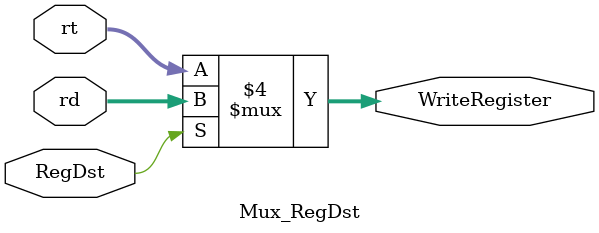
<source format=v>
module Mux_RegDst(
    input [4:0] rt,
    input [4:0] rd,
    input RegDst,
    output reg [4:0] WriteRegister
);
always @(*) begin
    if (RegDst == 1'b1)
        WriteRegister = rd;
    else
        WriteRegister = rt;
end
endmodule

</source>
